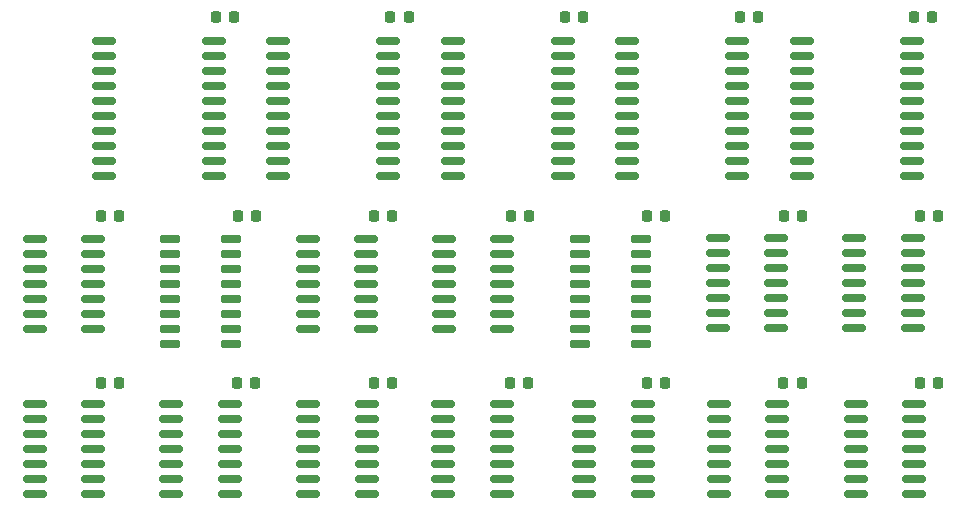
<source format=gbr>
G04 #@! TF.GenerationSoftware,KiCad,Pcbnew,(6.0.5)*
G04 #@! TF.CreationDate,2022-09-14T22:51:16+02:00*
G04 #@! TF.ProjectId,B3,42332e6b-6963-4616-945f-706362585858,rev?*
G04 #@! TF.SameCoordinates,Original*
G04 #@! TF.FileFunction,Paste,Top*
G04 #@! TF.FilePolarity,Positive*
%FSLAX46Y46*%
G04 Gerber Fmt 4.6, Leading zero omitted, Abs format (unit mm)*
G04 Created by KiCad (PCBNEW (6.0.5)) date 2022-09-14 22:51:16*
%MOMM*%
%LPD*%
G01*
G04 APERTURE LIST*
G04 Aperture macros list*
%AMRoundRect*
0 Rectangle with rounded corners*
0 $1 Rounding radius*
0 $2 $3 $4 $5 $6 $7 $8 $9 X,Y pos of 4 corners*
0 Add a 4 corners polygon primitive as box body*
4,1,4,$2,$3,$4,$5,$6,$7,$8,$9,$2,$3,0*
0 Add four circle primitives for the rounded corners*
1,1,$1+$1,$2,$3*
1,1,$1+$1,$4,$5*
1,1,$1+$1,$6,$7*
1,1,$1+$1,$8,$9*
0 Add four rect primitives between the rounded corners*
20,1,$1+$1,$2,$3,$4,$5,0*
20,1,$1+$1,$4,$5,$6,$7,0*
20,1,$1+$1,$6,$7,$8,$9,0*
20,1,$1+$1,$8,$9,$2,$3,0*%
G04 Aperture macros list end*
%ADD10RoundRect,0.225000X-0.225000X-0.250000X0.225000X-0.250000X0.225000X0.250000X-0.225000X0.250000X0*%
%ADD11RoundRect,0.150000X-0.825000X-0.150000X0.825000X-0.150000X0.825000X0.150000X-0.825000X0.150000X0*%
%ADD12RoundRect,0.150000X-0.725000X-0.150000X0.725000X-0.150000X0.725000X0.150000X-0.725000X0.150000X0*%
%ADD13RoundRect,0.150000X-0.875000X-0.150000X0.875000X-0.150000X0.875000X0.150000X-0.875000X0.150000X0*%
G04 APERTURE END LIST*
D10*
X172896665Y-63570000D03*
X174446665Y-63570000D03*
X183945000Y-46740000D03*
X185495000Y-46740000D03*
D11*
X121059999Y-79490000D03*
X121059999Y-80760000D03*
X121059999Y-82030000D03*
X121059999Y-83300000D03*
X121059999Y-84570000D03*
X121059999Y-85840000D03*
X121059999Y-87110000D03*
X126009999Y-87110000D03*
X126009999Y-85840000D03*
X126009999Y-84570000D03*
X126009999Y-83300000D03*
X126009999Y-82030000D03*
X126009999Y-80760000D03*
X126009999Y-79490000D03*
D10*
X126625000Y-77700000D03*
X128175000Y-77700000D03*
D12*
X120938333Y-65465000D03*
X120938333Y-66735000D03*
X120938333Y-68005000D03*
X120938333Y-69275000D03*
X120938333Y-70545000D03*
X120938333Y-71815000D03*
X120938333Y-73085000D03*
X120938333Y-74355000D03*
X126088333Y-74355000D03*
X126088333Y-73085000D03*
X126088333Y-71815000D03*
X126088333Y-70545000D03*
X126088333Y-69275000D03*
X126088333Y-68005000D03*
X126088333Y-66735000D03*
X126088333Y-65465000D03*
D10*
X139612500Y-46740000D03*
X141162500Y-46740000D03*
D13*
X130125000Y-48765000D03*
X130125000Y-50035000D03*
X130125000Y-51305000D03*
X130125000Y-52575000D03*
X130125000Y-53845000D03*
X130125000Y-55115000D03*
X130125000Y-56385000D03*
X130125000Y-57655000D03*
X130125000Y-58925000D03*
X130125000Y-60195000D03*
X139425000Y-60195000D03*
X139425000Y-58925000D03*
X139425000Y-57655000D03*
X139425000Y-56385000D03*
X139425000Y-55115000D03*
X139425000Y-53845000D03*
X139425000Y-52575000D03*
X139425000Y-51305000D03*
X139425000Y-50035000D03*
X139425000Y-48765000D03*
D10*
X126663333Y-63570000D03*
X128213333Y-63570000D03*
D13*
X115350000Y-48765000D03*
X115350000Y-50035000D03*
X115350000Y-51305000D03*
X115350000Y-52575000D03*
X115350000Y-53845000D03*
X115350000Y-55115000D03*
X115350000Y-56385000D03*
X115350000Y-57655000D03*
X115350000Y-58925000D03*
X115350000Y-60195000D03*
X124650000Y-60195000D03*
X124650000Y-58925000D03*
X124650000Y-57655000D03*
X124650000Y-56385000D03*
X124650000Y-55115000D03*
X124650000Y-53845000D03*
X124650000Y-52575000D03*
X124650000Y-51305000D03*
X124650000Y-50035000D03*
X124650000Y-48765000D03*
D11*
X178891666Y-65420000D03*
X178891666Y-66690000D03*
X178891666Y-67960000D03*
X178891666Y-69230000D03*
X178891666Y-70500000D03*
X178891666Y-71770000D03*
X178891666Y-73040000D03*
X183841666Y-73040000D03*
X183841666Y-71770000D03*
X183841666Y-70500000D03*
X183841666Y-69230000D03*
X183841666Y-67960000D03*
X183841666Y-66690000D03*
X183841666Y-65420000D03*
D10*
X124835000Y-46740000D03*
X126385000Y-46740000D03*
X138221666Y-63570000D03*
X139771666Y-63570000D03*
D11*
X167328333Y-65420000D03*
X167328333Y-66690000D03*
X167328333Y-67960000D03*
X167328333Y-69230000D03*
X167328333Y-70500000D03*
X167328333Y-71770000D03*
X167328333Y-73040000D03*
X172278333Y-73040000D03*
X172278333Y-71770000D03*
X172278333Y-70500000D03*
X172278333Y-69230000D03*
X172278333Y-67960000D03*
X172278333Y-66690000D03*
X172278333Y-65420000D03*
D10*
X149745000Y-77700000D03*
X151295000Y-77700000D03*
D11*
X109475000Y-79490000D03*
X109475000Y-80760000D03*
X109475000Y-82030000D03*
X109475000Y-83300000D03*
X109475000Y-84570000D03*
X109475000Y-85840000D03*
X109475000Y-87110000D03*
X114425000Y-87110000D03*
X114425000Y-85840000D03*
X114425000Y-84570000D03*
X114425000Y-83300000D03*
X114425000Y-82030000D03*
X114425000Y-80760000D03*
X114425000Y-79490000D03*
D13*
X159675000Y-48765000D03*
X159675000Y-50035000D03*
X159675000Y-51305000D03*
X159675000Y-52575000D03*
X159675000Y-53845000D03*
X159675000Y-55115000D03*
X159675000Y-56385000D03*
X159675000Y-57655000D03*
X159675000Y-58925000D03*
X159675000Y-60195000D03*
X168975000Y-60195000D03*
X168975000Y-58925000D03*
X168975000Y-57655000D03*
X168975000Y-56385000D03*
X168975000Y-55115000D03*
X168975000Y-53845000D03*
X168975000Y-52575000D03*
X168975000Y-51305000D03*
X168975000Y-50035000D03*
X168975000Y-48765000D03*
D11*
X156021000Y-79490000D03*
X156021000Y-80760000D03*
X156021000Y-82030000D03*
X156021000Y-83300000D03*
X156021000Y-84570000D03*
X156021000Y-85840000D03*
X156021000Y-87110000D03*
X160971000Y-87110000D03*
X160971000Y-85840000D03*
X160971000Y-84570000D03*
X160971000Y-83300000D03*
X160971000Y-82030000D03*
X160971000Y-80760000D03*
X160971000Y-79490000D03*
X144083000Y-79490000D03*
X144083000Y-80760000D03*
X144083000Y-82030000D03*
X144083000Y-83300000D03*
X144083000Y-84570000D03*
X144083000Y-85840000D03*
X144083000Y-87110000D03*
X149033000Y-87110000D03*
X149033000Y-85840000D03*
X149033000Y-84570000D03*
X149033000Y-83300000D03*
X149033000Y-82030000D03*
X149033000Y-80760000D03*
X149033000Y-79490000D03*
D10*
X184425000Y-77700000D03*
X185975000Y-77700000D03*
D11*
X178984999Y-79490000D03*
X178984999Y-80760000D03*
X178984999Y-82030000D03*
X178984999Y-83300000D03*
X178984999Y-84570000D03*
X178984999Y-85840000D03*
X178984999Y-87110000D03*
X183934999Y-87110000D03*
X183934999Y-85840000D03*
X183934999Y-84570000D03*
X183934999Y-83300000D03*
X183934999Y-82030000D03*
X183934999Y-80760000D03*
X183934999Y-79490000D03*
X144130000Y-65470000D03*
X144130000Y-66740000D03*
X144130000Y-68010000D03*
X144130000Y-69280000D03*
X144130000Y-70550000D03*
X144130000Y-71820000D03*
X144130000Y-73090000D03*
X149080000Y-73090000D03*
X149080000Y-71820000D03*
X149080000Y-70550000D03*
X149080000Y-69280000D03*
X149080000Y-68010000D03*
X149080000Y-66740000D03*
X149080000Y-65470000D03*
D10*
X184455000Y-63570000D03*
X186005000Y-63570000D03*
D11*
X109475000Y-65480000D03*
X109475000Y-66750000D03*
X109475000Y-68020000D03*
X109475000Y-69290000D03*
X109475000Y-70560000D03*
X109475000Y-71830000D03*
X109475000Y-73100000D03*
X114425000Y-73100000D03*
X114425000Y-71830000D03*
X114425000Y-70560000D03*
X114425000Y-69290000D03*
X114425000Y-68020000D03*
X114425000Y-66750000D03*
X114425000Y-65480000D03*
D10*
X149779999Y-63570000D03*
X151329999Y-63570000D03*
X172865000Y-77700000D03*
X174415000Y-77700000D03*
D12*
X155645000Y-65465000D03*
X155645000Y-66735000D03*
X155645000Y-68005000D03*
X155645000Y-69275000D03*
X155645000Y-70545000D03*
X155645000Y-71815000D03*
X155645000Y-73085000D03*
X155645000Y-74355000D03*
X160795000Y-74355000D03*
X160795000Y-73085000D03*
X160795000Y-71815000D03*
X160795000Y-70545000D03*
X160795000Y-69275000D03*
X160795000Y-68005000D03*
X160795000Y-66735000D03*
X160795000Y-65465000D03*
D10*
X115105000Y-63570000D03*
X116655000Y-63570000D03*
X161305000Y-77700000D03*
X162855000Y-77700000D03*
D13*
X174450000Y-48765000D03*
X174450000Y-50035000D03*
X174450000Y-51305000D03*
X174450000Y-52575000D03*
X174450000Y-53845000D03*
X174450000Y-55115000D03*
X174450000Y-56385000D03*
X174450000Y-57655000D03*
X174450000Y-58925000D03*
X174450000Y-60195000D03*
X183750000Y-60195000D03*
X183750000Y-58925000D03*
X183750000Y-57655000D03*
X183750000Y-56385000D03*
X183750000Y-55115000D03*
X183750000Y-53845000D03*
X183750000Y-52575000D03*
X183750000Y-51305000D03*
X183750000Y-50035000D03*
X183750000Y-48765000D03*
D10*
X115065000Y-77700000D03*
X116615000Y-77700000D03*
X138185000Y-77700000D03*
X139735000Y-77700000D03*
D13*
X144900000Y-48765000D03*
X144900000Y-50035000D03*
X144900000Y-51305000D03*
X144900000Y-52575000D03*
X144900000Y-53845000D03*
X144900000Y-55115000D03*
X144900000Y-56385000D03*
X144900000Y-57655000D03*
X144900000Y-58925000D03*
X144900000Y-60195000D03*
X154200000Y-60195000D03*
X154200000Y-58925000D03*
X154200000Y-57655000D03*
X154200000Y-56385000D03*
X154200000Y-55115000D03*
X154200000Y-53845000D03*
X154200000Y-52575000D03*
X154200000Y-51305000D03*
X154200000Y-50035000D03*
X154200000Y-48765000D03*
D11*
X167399995Y-79490000D03*
X167399995Y-80760000D03*
X167399995Y-82030000D03*
X167399995Y-83300000D03*
X167399995Y-84570000D03*
X167399995Y-85840000D03*
X167399995Y-87110000D03*
X172349995Y-87110000D03*
X172349995Y-85840000D03*
X172349995Y-84570000D03*
X172349995Y-83300000D03*
X172349995Y-82030000D03*
X172349995Y-80760000D03*
X172349995Y-79490000D03*
D10*
X161338332Y-63570000D03*
X162888332Y-63570000D03*
X154390000Y-46740000D03*
X155940000Y-46740000D03*
D11*
X132644998Y-79490000D03*
X132644998Y-80760000D03*
X132644998Y-82030000D03*
X132644998Y-83300000D03*
X132644998Y-84570000D03*
X132644998Y-85840000D03*
X132644998Y-87110000D03*
X137594998Y-87110000D03*
X137594998Y-85840000D03*
X137594998Y-84570000D03*
X137594998Y-83300000D03*
X137594998Y-82030000D03*
X137594998Y-80760000D03*
X137594998Y-79490000D03*
X132601666Y-65480000D03*
X132601666Y-66750000D03*
X132601666Y-68020000D03*
X132601666Y-69290000D03*
X132601666Y-70560000D03*
X132601666Y-71830000D03*
X132601666Y-73100000D03*
X137551666Y-73100000D03*
X137551666Y-71830000D03*
X137551666Y-70560000D03*
X137551666Y-69290000D03*
X137551666Y-68020000D03*
X137551666Y-66750000D03*
X137551666Y-65480000D03*
D10*
X169167500Y-46740000D03*
X170717500Y-46740000D03*
M02*

</source>
